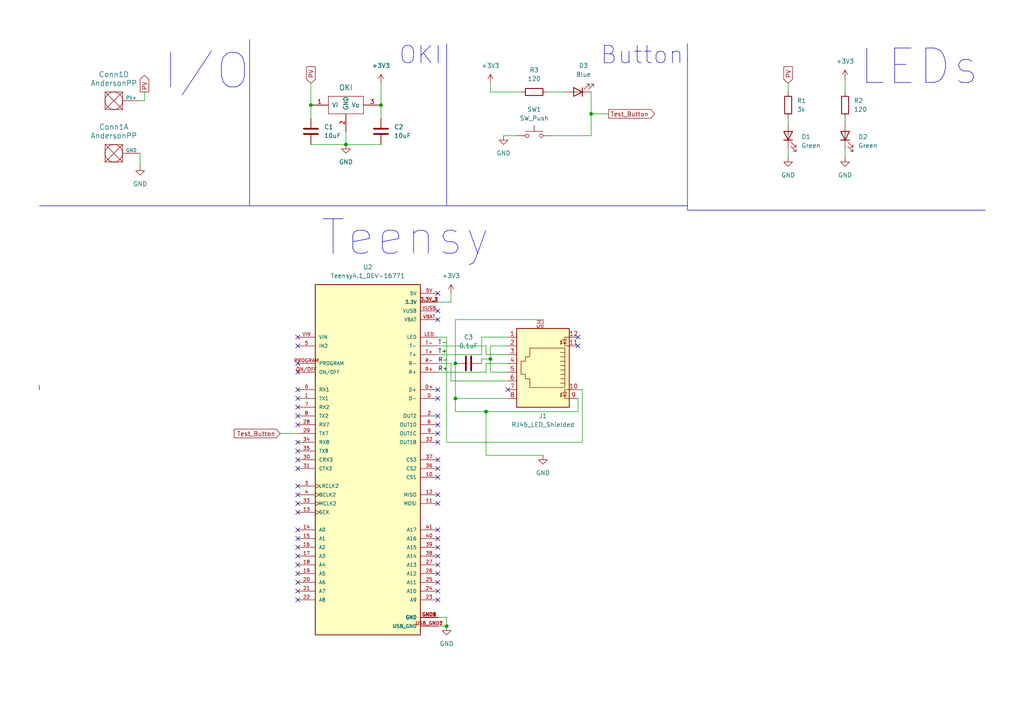
<source format=kicad_sch>
(kicad_sch (version 20230121) (generator eeschema)
  (paper "A4")
  (lib_symbols
    (symbol "Connector:RJ45_LED_Shielded" (pin_names (offset 1.016))
      (property "Reference" "J" (at -5.08 13.97 0))
      (property "Value" "RJ45_LED_Shielded" (at 1.27 13.97 0))
      (symbol "RJ45_LED_Shielded_0_1"
        (polyline (pts (xy -7.62 -7.62) (xy -6.35 -7.62)))
        (polyline (pts (xy -7.62 -5.08) (xy -6.35 -5.08)))
        (polyline (pts (xy -7.62 7.62) (xy -6.35 7.62)))
        (polyline (pts (xy -7.62 10.16) (xy -6.35 10.16)))
        (polyline (pts (xy -6.858 -5.842) (xy -5.842 -5.842)))
        (polyline (pts (xy -6.858 9.398) (xy -5.842 9.398)))
        (polyline (pts (xy -6.35 -7.62) (xy -6.35 -6.858)))
        (polyline (pts (xy -6.35 -5.08) (xy -6.35 -5.842)))
        (polyline (pts (xy -6.35 7.62) (xy -6.35 8.382)))
        (polyline (pts (xy -6.35 10.16) (xy -6.35 9.398)))
        (polyline (pts (xy -5.08 -6.223) (xy -5.207 -6.604)))
        (polyline (pts (xy -5.08 -5.588) (xy -5.207 -5.969)))
        (polyline (pts (xy -5.08 4.445) (xy -6.35 4.445)))
        (polyline (pts (xy -5.08 5.715) (xy -6.35 5.715)))
        (polyline (pts (xy -5.08 9.017) (xy -5.207 8.636)))
        (polyline (pts (xy -5.08 9.652) (xy -5.207 9.271)))
        (polyline (pts (xy -6.35 -3.175) (xy -5.08 -3.175) (xy -5.08 -3.175)))
        (polyline (pts (xy -6.35 -1.905) (xy -5.08 -1.905) (xy -5.08 -1.905)))
        (polyline (pts (xy -6.35 -0.635) (xy -5.08 -0.635) (xy -5.08 -0.635)))
        (polyline (pts (xy -6.35 0.635) (xy -5.08 0.635) (xy -5.08 0.635)))
        (polyline (pts (xy -6.35 1.905) (xy -5.08 1.905) (xy -5.08 1.905)))
        (polyline (pts (xy -5.588 -6.731) (xy -5.08 -6.223) (xy -5.461 -6.35)))
        (polyline (pts (xy -5.588 -6.096) (xy -5.08 -5.588) (xy -5.461 -5.715)))
        (polyline (pts (xy -5.588 8.509) (xy -5.08 9.017) (xy -5.461 8.89)))
        (polyline (pts (xy -5.588 9.144) (xy -5.08 9.652) (xy -5.461 9.525)))
        (polyline (pts (xy -5.08 3.175) (xy -6.35 3.175) (xy -6.35 3.175)))
        (polyline (pts (xy -6.35 -5.842) (xy -6.858 -6.858) (xy -5.842 -6.858) (xy -6.35 -5.842)))
        (polyline (pts (xy -6.35 9.398) (xy -6.858 8.382) (xy -5.842 8.382) (xy -6.35 9.398)))
        (polyline (pts (xy -6.35 -4.445) (xy -6.35 6.985) (xy 3.81 6.985) (xy 3.81 4.445) (xy 5.08 4.445) (xy 5.08 3.175) (xy 6.35 3.175) (xy 6.35 -0.635) (xy 5.08 -0.635) (xy 5.08 -1.905) (xy 3.81 -1.905) (xy 3.81 -4.445) (xy -6.35 -4.445) (xy -6.35 -4.445)))
        (rectangle (start 7.62 12.7) (end -7.62 -10.16) (stroke (width 0.254)) (fill (type background)))
      )
      (symbol "RJ45_LED_Shielded_1_1"
        (pin passive line (at 10.16 -7.62 180) (length 2.54) (name "~") (number "1"))
        (pin passive line (at -10.16 7.62 0) (length 2.54) (name "~") (number "10"))
        (pin passive line (at -10.16 -5.08 0) (length 2.54) (name "~") (number "11"))
        (pin passive line (at -10.16 -7.62 0) (length 2.54) (name "~") (number "12"))
        (pin passive line (at 10.16 -5.08 180) (length 2.54) (name "~") (number "2"))
        (pin passive line (at 10.16 -2.54 180) (length 2.54) (name "~") (number "3"))
        (pin passive line (at 10.16 0 180) (length 2.54) (name "~") (number "4"))
        (pin passive line (at 10.16 2.54 180) (length 2.54) (name "~") (number "5"))
        (pin passive line (at 10.16 5.08 180) (length 2.54) (name "~") (number "6"))
        (pin passive line (at 10.16 7.62 180) (length 2.54) (name "~") (number "7"))
        (pin passive line (at 10.16 10.16 180) (length 2.54) (name "~") (number "8"))
        (pin passive line (at -10.16 10.16 0) (length 2.54) (name "~") (number "9"))
        (pin passive line (at 0 -12.7 90) (length 2.54) (name "~") (number "SH"))
      )
    )
    (symbol "Device:C" (pin_numbers hide) (pin_names (offset 0.254))
      (property "Reference" "C" (at 0.635 2.54 0))
      (property "Value" "C" (at 0.635 -2.54 0))
      (symbol "C_0_1"
        (polyline (pts (xy -2.032 -0.762) (xy 2.032 -0.762)) (stroke (width 0.508)))
        (polyline (pts (xy -2.032 0.762) (xy 2.032 0.762)) (stroke (width 0.508)))
      )
      (symbol "C_1_1"
        (pin passive line (at 0 3.81 270) (length 2.794) (name "~") (number "1"))
        (pin passive line (at 0 -3.81 90) (length 2.794) (name "~") (number "2"))
      )
    )
    (symbol "Device:LED" (pin_numbers hide) (pin_names (offset 1.016) hide)
      (property "Reference" "D" (at 0 2.54 0))
      (property "Value" "LED" (at 0 -2.54 0))
      (symbol "LED_0_1"
        (polyline (pts (xy -1.27 -1.27) (xy -1.27 1.27)) (stroke (width 0.254)))
        (polyline (pts (xy -1.27 0) (xy 1.27 0)))
        (polyline (pts (xy 1.27 -1.27) (xy 1.27 1.27) (xy -1.27 0) (xy 1.27 -1.27)) (stroke (width 0.254)))
        (polyline (pts (xy -3.048 -0.762) (xy -4.572 -2.286) (xy -3.81 -2.286) (xy -4.572 -2.286) (xy -4.572 -1.524)))
        (polyline (pts (xy -1.778 -0.762) (xy -3.302 -2.286) (xy -2.54 -2.286) (xy -3.302 -2.286) (xy -3.302 -1.524)))
      )
      (symbol "LED_1_1"
        (pin passive line (at -3.81 0 0) (length 2.54) (name "K") (number "1"))
        (pin passive line (at 3.81 0 180) (length 2.54) (name "A") (number "2"))
      )
    )
    (symbol "Device:R" (pin_numbers hide) (pin_names (offset 0))
      (property "Reference" "R" (at 2.032 0 90))
      (property "Value" "R" (at 0 0 90))
      (symbol "R_0_1"
        (rectangle (start -1.016 -2.54) (end 1.016 2.54) (stroke (width 0.254)))
      )
      (symbol "R_1_1"
        (pin passive line (at 0 3.81 270) (length 1.27) (name "~") (number "1"))
        (pin passive line (at 0 -3.81 90) (length 1.27) (name "~") (number "2"))
      )
    )
    (symbol "MRDT_Connectors:AndersonPP" (pin_numbers hide) (pin_names (offset 0))
      (property "Reference" "Conn" (at 3.81 -1.27 0))
      (property "Value" "AndersonPP" (at 2.54 6.35 0))
      (symbol "AndersonPP_0_1"
        (polyline (pts (xy 0 5.08) (xy 5.08 0)))
        (polyline (pts (xy 5.08 5.08) (xy 0 0)))
        (rectangle (start 0 0) (end 5.08 5.08))
        (circle (center 2.54 2.54) (radius 2.54))
      )
      (symbol "AndersonPP_1_1"
        (pin input line (at 10.16 2.54 180) (length 5.08) (name "GND") (number "1"))
      )
      (symbol "AndersonPP_2_1"
        (pin input line (at 10.16 2.54 180) (length 5.08) (name "V+Log") (number "2"))
      )
      (symbol "AndersonPP_3_1"
        (pin input line (at 10.16 2.54 180) (length 5.08) (name "V+Act") (number "3"))
      )
      (symbol "AndersonPP_4_1"
        (pin input line (at 10.16 2.54 180) (length 5.08) (name "PV+") (number "4"))
      )
      (symbol "AndersonPP_5_1"
        (pin input line (at 10.16 2.54 180) (length 5.08) (name "~") (number "1"))
      )
    )
    (symbol "MRDT_Devices:OKI" (pin_names (offset 1.016))
      (property "Value" "OKI" (at 5.08 6.35 0))
      (symbol "OKI_0_1"
        (rectangle (start 0 0) (end 10.16 5.08))
      )
      (symbol "OKI_1_1"
        (pin input line (at -5.08 2.54 0) (length 5.08) (name "Vi") (number "1"))
        (pin output line (at 5.08 -5.08 90) (length 5.08) (name "GND") (number "2"))
        (pin output line (at 15.24 2.54 180) (length 5.08) (name "Vo") (number "3"))
      )
    )
    (symbol "MRDT_Shields:Teensy4.1_DEV-16771" (pin_names (offset 1.016))
      (property "Reference" "U" (at -15.24 52.07 0))
      (property "Value" "Teensy4.1_DEV-16771" (at -15.24 -53.34 0))
      (symbol "Teensy4.1_DEV-16771_0_0"
        (rectangle (start -15.24 -50.8) (end 15.24 50.8) (stroke (width 0.254)) (fill (type background)))
        (pin bidirectional line (at -20.32 20.32 0) (length 5.08) (name "RX1") (number "0"))
        (pin bidirectional line (at -20.32 17.78 0) (length 5.08) (name "TX1") (number "1"))
        (pin bidirectional line (at 20.32 -5.08 180) (length 5.08) (name "CS1") (number "10"))
        (pin bidirectional line (at 20.32 -12.7 180) (length 5.08) (name "MOSI") (number "11"))
        (pin bidirectional line (at 20.32 -10.16 180) (length 5.08) (name "MISO") (number "12"))
        (pin bidirectional clock (at -20.32 -15.24 0) (length 5.08) (name "SCK") (number "13"))
        (pin bidirectional line (at -20.32 -20.32 0) (length 5.08) (name "A0") (number "14"))
        (pin bidirectional line (at -20.32 -22.86 0) (length 5.08) (name "A1") (number "15"))
        (pin bidirectional line (at -20.32 -25.4 0) (length 5.08) (name "A2") (number "16"))
        (pin bidirectional line (at -20.32 -27.94 0) (length 5.08) (name "A3") (number "17"))
        (pin bidirectional line (at -20.32 -30.48 0) (length 5.08) (name "A4") (number "18"))
        (pin bidirectional line (at -20.32 -33.02 0) (length 5.08) (name "A5") (number "19"))
        (pin output line (at 20.32 12.7 180) (length 5.08) (name "OUT2") (number "2"))
        (pin bidirectional line (at -20.32 -35.56 0) (length 5.08) (name "A6") (number "20"))
        (pin bidirectional line (at -20.32 -38.1 0) (length 5.08) (name "A7") (number "21"))
        (pin bidirectional line (at -20.32 -40.64 0) (length 5.08) (name "A8") (number "22"))
        (pin bidirectional line (at 20.32 -40.64 180) (length 5.08) (name "A9") (number "23"))
        (pin bidirectional line (at 20.32 -38.1 180) (length 5.08) (name "A10") (number "24"))
        (pin bidirectional line (at 20.32 -35.56 180) (length 5.08) (name "A11") (number "25"))
        (pin bidirectional line (at 20.32 -33.02 180) (length 5.08) (name "A12") (number "26"))
        (pin bidirectional line (at 20.32 -30.48 180) (length 5.08) (name "A13") (number "27"))
        (pin bidirectional line (at -20.32 10.16 0) (length 5.08) (name "RX7") (number "28"))
        (pin bidirectional line (at -20.32 7.62 0) (length 5.08) (name "TX7") (number "29"))
        (pin bidirectional clock (at -20.32 -7.62 0) (length 5.08) (name "LRCLK2") (number "3"))
        (pin power_in line (at 20.32 45.72 180) (length 5.08) (name "3.3V") (number "3.3V_1"))
        (pin power_in line (at 20.32 45.72 180) (length 5.08) (name "3.3V") (number "3.3V_2"))
        (pin power_in line (at 20.32 45.72 180) (length 5.08) (name "3.3V") (number "3.3V_3"))
        (pin bidirectional line (at -20.32 0 0) (length 5.08) (name "CRX3") (number "30"))
        (pin bidirectional line (at -20.32 -2.54 0) (length 5.08) (name "CTX3") (number "31"))
        (pin output line (at 20.32 5.08 180) (length 5.08) (name "OUT1B") (number "32"))
        (pin bidirectional clock (at -20.32 -12.7 0) (length 5.08) (name "MCLK2") (number "33"))
        (pin bidirectional line (at -20.32 5.08 0) (length 5.08) (name "RX8") (number "34"))
        (pin bidirectional line (at -20.32 2.54 0) (length 5.08) (name "TX8") (number "35"))
        (pin bidirectional line (at 20.32 -2.54 180) (length 5.08) (name "CS2") (number "36"))
        (pin bidirectional line (at 20.32 0 180) (length 5.08) (name "CS3") (number "37"))
        (pin bidirectional line (at 20.32 -27.94 180) (length 5.08) (name "A14") (number "38"))
        (pin bidirectional line (at 20.32 -25.4 180) (length 5.08) (name "A15") (number "39"))
        (pin bidirectional clock (at -20.32 -10.16 0) (length 5.08) (name "BCLK2") (number "4"))
        (pin bidirectional line (at 20.32 -22.86 180) (length 5.08) (name "A16") (number "40"))
        (pin bidirectional line (at 20.32 -20.32 180) (length 5.08) (name "A17") (number "41"))
        (pin bidirectional line (at -20.32 33.02 0) (length 5.08) (name "IN2") (number "5"))
        (pin power_in line (at 20.32 48.26 180) (length 5.08) (name "5V") (number "5V"))
        (pin output line (at 20.32 10.16 180) (length 5.08) (name "OUT1D") (number "6"))
        (pin bidirectional line (at -20.32 15.24 0) (length 5.08) (name "RX2") (number "7"))
        (pin bidirectional line (at -20.32 12.7 0) (length 5.08) (name "TX2") (number "8"))
        (pin output line (at 20.32 7.62 180) (length 5.08) (name "OUT1C") (number "9"))
        (pin bidirectional line (at 20.32 17.78 180) (length 5.08) (name "D-") (number "D"))
        (pin bidirectional line (at 20.32 20.32 180) (length 5.08) (name "D+") (number "D+"))
        (pin power_in line (at 20.32 -45.72 180) (length 5.08) (name "GND") (number "GND1"))
        (pin power_in line (at 20.32 -45.72 180) (length 5.08) (name "GND") (number "GND2"))
        (pin power_in line (at 20.32 -45.72 180) (length 5.08) (name "GND") (number "GND3"))
        (pin power_in line (at 20.32 -45.72 180) (length 5.08) (name "GND") (number "GND4"))
        (pin power_in line (at 20.32 -45.72 180) (length 5.08) (name "GND") (number "GND5"))
        (pin bidirectional line (at 20.32 35.56 180) (length 5.08) (name "LED") (number "LED"))
        (pin bidirectional line (at -20.32 25.4 0) (length 5.08) (name "ON/OFF") (number "ON/OFF"))
        (pin bidirectional line (at -20.32 27.94 0) (length 5.08) (name "PROGRAM") (number "PROGRAM"))
        (pin bidirectional line (at 20.32 25.4 180) (length 5.08) (name "R+") (number "R+"))
        (pin bidirectional line (at 20.32 27.94 180) (length 5.08) (name "R-") (number "R-"))
        (pin bidirectional line (at 20.32 30.48 180) (length 5.08) (name "T+") (number "T+"))
        (pin bidirectional line (at 20.32 33.02 180) (length 5.08) (name "T-") (number "T-"))
        (pin power_in line (at 20.32 -48.26 180) (length 5.08) (name "USB_GND") (number "USB_GND1"))
        (pin power_in line (at 20.32 -48.26 180) (length 5.08) (name "USB_GND") (number "USB_GND2"))
        (pin passive line (at 20.32 40.64 180) (length 5.08) (name "VBAT") (number "VBAT"))
        (pin input line (at -20.32 35.56 0) (length 5.08) (name "VIN") (number "VIN"))
        (pin passive line (at 20.32 43.18 180) (length 5.08) (name "VUSB") (number "VUSB"))
      )
    )
    (symbol "Switch:SW_Push" (pin_numbers hide) (pin_names (offset 1.016) hide)
      (property "Reference" "SW" (at 1.27 2.54 0))
      (property "Value" "SW_Push" (at 0 -1.524 0))
      (symbol "SW_Push_0_1"
        (circle (center -2.032 0) (radius 0.508))
        (polyline (pts (xy 0 1.27) (xy 0 3.048)))
        (polyline (pts (xy 2.54 1.27) (xy -2.54 1.27)))
        (circle (center 2.032 0) (radius 0.508))
        (pin passive line (at -5.08 0 0) (length 2.54) (name "1") (number "1"))
        (pin passive line (at 5.08 0 180) (length 2.54) (name "2") (number "2"))
      )
    )
    (symbol "power:+3V3" (power) (pin_names (offset 0))
      (property "Value" "+3V3" (at 0 3.556 0))
      (symbol "+3V3_0_1"
        (polyline (pts (xy -0.762 1.27) (xy 0 2.54)))
        (polyline (pts (xy 0 0) (xy 0 2.54)))
        (polyline (pts (xy 0 2.54) (xy 0.762 1.27)))
      )
      (symbol "+3V3_1_1"
        (pin power_in line (at 0 0 90) (length 0) hide (name "+3V3") (number "1"))
      )
    )
    (symbol "power:GND" (power) (pin_names (offset 0))
      (property "Value" "GND" (at 0 -3.81 0))
      (symbol "GND_0_1"
        (polyline (pts (xy 0 0) (xy 0 -1.27) (xy 1.27 -1.27) (xy 0 -2.54) (xy -1.27 -1.27) (xy 0 -1.27)))
      )
      (symbol "GND_1_1"
        (pin power_in line (at 0 0 270) (length 0) hide (name "GND") (number "1"))
      )
    )
  )
  (junction (at 132.08 105.41))
  (junction (at 90.17 30.48))
  (junction (at 110.49 30.48))
  (junction (at 142.24 104.14))
  (junction (at 140.97 119.38))
  (junction (at 171.45 33.02))
  (junction (at 132.08 115.57))
  (junction (at 129.54 181.61))
  (junction (at 100.33 41.91))
  (no_connect (at 86.36 168.91))
  (no_connect (at 86.36 143.51))
  (no_connect (at 127 163.83))
  (no_connect (at 127 153.67))
  (no_connect (at 86.36 161.29))
  (no_connect (at 86.36 156.21))
  (no_connect (at 86.36 146.05))
  (no_connect (at 86.36 105.41))
  (no_connect (at 86.36 123.19))
  (no_connect (at 86.36 171.45))
  (no_connect (at 86.36 120.65))
  (no_connect (at 86.36 163.83))
  (no_connect (at 127 133.35))
  (no_connect (at 86.36 140.97))
  (no_connect (at 127 156.21))
  (no_connect (at 127 143.51))
  (no_connect (at 127 158.75))
  (no_connect (at 86.36 135.89))
  (no_connect (at 86.36 115.57))
  (no_connect (at 86.36 166.37))
  (no_connect (at 86.36 148.59))
  (no_connect (at 127 171.45))
  (no_connect (at 127 123.19))
  (no_connect (at 86.36 107.95))
  (no_connect (at 127 168.91))
  (no_connect (at 86.36 113.03))
  (no_connect (at 147.32 113.03))
  (no_connect (at 127 135.89))
  (no_connect (at 127 161.29))
  (no_connect (at 86.36 100.33))
  (no_connect (at 127 146.05))
  (no_connect (at 86.36 133.35))
  (no_connect (at 127 166.37))
  (no_connect (at 167.64 97.79))
  (no_connect (at 127 173.99))
  (no_connect (at 127 115.57))
  (no_connect (at 127 113.03))
  (no_connect (at 127 125.73))
  (no_connect (at 127 90.17))
  (no_connect (at 86.36 158.75))
  (no_connect (at 167.64 100.33))
  (no_connect (at 86.36 128.27))
  (no_connect (at 127 85.09))
  (no_connect (at 86.36 97.79))
  (no_connect (at 86.36 173.99))
  (no_connect (at 127 128.27))
  (no_connect (at 86.36 153.67))
  (no_connect (at 86.36 130.81))
  (no_connect (at 127 138.43))
  (no_connect (at 86.36 118.11))
  (no_connect (at 127 92.71))
  (no_connect (at 127 120.65))
  (wire (pts (xy 100.33 41.91) (xy 100.33 38.1)))
  (wire (pts (xy 81.28 125.73) (xy 86.36 125.73)))
  (wire (pts (xy 158.75 26.67) (xy 163.83 26.67)))
  (wire (pts (xy 130.81 105.41) (xy 130.81 110.49)))
  (wire (pts (xy 140.97 102.87) (xy 147.32 102.87)))
  (wire (pts (xy 168.91 128.27) (xy 168.91 113.03)))
  (wire (pts (xy 90.17 30.48) (xy 90.17 34.29)))
  (wire (pts (xy 41.91 29.21) (xy 40.64 29.21)))
  (wire (pts (xy 245.11 43.18) (xy 245.11 45.72)))
  (wire (pts (xy 245.11 34.29) (xy 245.11 35.56)))
  (wire (pts (xy 167.64 115.57) (xy 167.64 119.38)))
  (wire (pts (xy 127 181.61) (xy 129.54 181.61)))
  (wire (pts (xy 127 102.87) (xy 139.7 102.87)))
  (wire (pts (xy 100.33 41.91) (xy 110.49 41.91)))
  (wire (pts (xy 127 107.95) (xy 140.97 107.95)))
  (wire (pts (xy 245.11 22.86) (xy 245.11 26.67)))
  (wire (pts (xy 171.45 26.67) (xy 171.45 33.02)))
  (wire (pts (xy 132.08 115.57) (xy 147.32 115.57)))
  (wire (pts (xy 40.64 44.45) (xy 40.64 48.26)))
  (wire (pts (xy 129.54 97.79) (xy 129.54 128.27)))
  (wire (pts (xy 110.49 24.13) (xy 110.49 30.48)))
  (wire (pts (xy 132.08 92.71) (xy 132.08 105.41)))
  (wire (pts (xy 129.54 179.07) (xy 127 179.07)))
  (wire (pts (xy 139.7 102.87) (xy 139.7 97.79)))
  (wire (pts (xy 90.17 41.91) (xy 100.33 41.91)))
  (wire (pts (xy 140.97 119.38) (xy 132.08 119.38)))
  (wire (pts (xy 90.17 24.13) (xy 90.17 30.48)))
  (wire (pts (xy 130.81 85.09) (xy 130.81 87.63)))
  (wire (pts (xy 171.45 33.02) (xy 171.45 39.37)))
  (wire (pts (xy 127 105.41) (xy 130.81 105.41)))
  (wire (pts (xy 146.05 39.37) (xy 149.86 39.37)))
  (wire (pts (xy 140.97 100.33) (xy 140.97 102.87)))
  (polyline (pts (xy 129.54 12.7) (xy 129.54 59.69)))
  (wire (pts (xy 228.6 43.18) (xy 228.6 45.72)))
  (wire (pts (xy 167.64 119.38) (xy 140.97 119.38)))
  (wire (pts (xy 142.24 104.14) (xy 139.7 104.14)))
  (wire (pts (xy 132.08 105.41) (xy 132.08 115.57)))
  (wire (pts (xy 140.97 107.95) (xy 140.97 105.41)))
  (wire (pts (xy 130.81 110.49) (xy 147.32 110.49)))
  (wire (pts (xy 110.49 30.48) (xy 110.49 34.29)))
  (polyline (pts (xy 199.39 12.7) (xy 199.39 60.96)))
  (wire (pts (xy 157.48 92.71) (xy 132.08 92.71)))
  (polyline (pts (xy 11.43 59.69) (xy 72.39 59.69)))
  (wire (pts (xy 132.08 119.38) (xy 132.08 115.57)))
  (wire (pts (xy 139.7 97.79) (xy 147.32 97.79)))
  (wire (pts (xy 129.54 128.27) (xy 168.91 128.27)))
  (polyline (pts (xy 72.39 59.69) (xy 129.54 59.69)))
  (polyline (pts (xy 129.54 59.69) (xy 199.39 59.69)))
  (wire (pts (xy 228.6 24.13) (xy 228.6 26.67)))
  (wire (pts (xy 171.45 39.37) (xy 160.02 39.37)))
  (wire (pts (xy 147.32 100.33) (xy 142.24 100.33)))
  (polyline (pts (xy 199.39 60.96) (xy 285.75 60.96)))
  (wire (pts (xy 139.7 104.14) (xy 139.7 105.41)))
  (wire (pts (xy 130.81 87.63) (xy 127 87.63)))
  (wire (pts (xy 142.24 26.67) (xy 151.13 26.67)))
  (wire (pts (xy 142.24 100.33) (xy 142.24 104.14)))
  (wire (pts (xy 147.32 107.95) (xy 142.24 107.95)))
  (wire (pts (xy 41.91 26.67) (xy 41.91 29.21)))
  (wire (pts (xy 228.6 34.29) (xy 228.6 35.56)))
  (wire (pts (xy 168.91 113.03) (xy 167.64 113.03)))
  (wire (pts (xy 142.24 104.14) (xy 142.24 107.95)))
  (polyline (pts (xy 72.39 11.43) (xy 72.39 59.69)))
  (wire (pts (xy 171.45 33.02) (xy 176.53 33.02)))
  (wire (pts (xy 129.54 181.61) (xy 129.54 179.07)))
  (wire (pts (xy 140.97 132.08) (xy 140.97 119.38)))
  (wire (pts (xy 157.48 132.08) (xy 140.97 132.08)))
  (wire (pts (xy 127 97.79) (xy 129.54 97.79)))
  (wire (pts (xy 127 100.33) (xy 140.97 100.33)))
  (polyline (pts (xy 11.43 111.76) (xy 11.43 113.03)))
  (wire (pts (xy 142.24 24.13) (xy 142.24 26.67)))
  (wire (pts (xy 140.97 105.41) (xy 147.32 105.41)))
  (text "LEDs\n" (at 248.92 25.4 0) (effects (font (size 10 10)) (justify left bottom)))
  (text "OKI\n" (at 115.57 19.05 0) (effects (font (size 5 5)) (justify left bottom)))
  (text "I/O\n" (at 46.99 26.67 0) (effects (font (size 10 10)) (justify left bottom)))
  (text "Button\n" (at 173.99 19.05 0) (effects (font (size 5 5)) (justify left bottom)))
  (text "Teensy\n" (at 92.71 74.93 0) (effects (font (size 10 10)) (justify left bottom)))
  (label "T+" (at 127 102.87 0))
  (label "T-" (at 127 100.33 0))
  (label "R-" (at 127 105.41 0))
  (label "R+" (at 127 107.95 0))
  (global_label "Test_Button" (shape output) (at 176.53 33.02 0) (property "Intersheetrefs" "${INTERSHEET_REFS}" (effects hide)))
  (global_label "PV" (shape input) (at 90.17 24.13 90) (property "Intersheetrefs" "${INTERSHEET_REFS}" (effects hide)))
  (global_label "PV" (shape output) (at 41.91 26.67 90) (property "Intersheetrefs" "${INTERSHEET_REFS}" (effects hide)))
  (global_label "Test_Button" (shape input) (at 81.28 125.73 180) (property "Intersheetrefs" "${INTERSHEET_REFS}" (effects hide)))
  (global_label "PV" (shape input) (at 228.6 24.13 90) (property "Intersheetrefs" "${INTERSHEET_REFS}" (effects hide)))
  (symbol (lib_id "MRDT_Connectors:AndersonPP") (at 30.48 46.99 0) (unit 1)
    (property "Reference" "Conn1" (at 33.02 36.83 0) (effects (font (size 1.524 1.524))))
    (property "Value" "AndersonPP" (at 33.02 39.37 0) (effects (font (size 1.524 1.524))))
    (property "Footprint" "MRDT_Connectors:Square_Anderson_2_H_Side_By_Side_PV" (effects hide))
  )
  (symbol (lib_id "Device:R") (at 154.94 26.67 90) (unit 1)
    (property "Reference" "R3" (at 154.94 20.32 90))
    (property "Value" "120" (at 154.94 22.86 90))
    (property "Footprint" "Resistor_SMD:R_0603_1608Metric_Pad0.98x0.95mm_HandSolder" (effects hide))
  )
  (symbol (lib_id "Device:C") (at 110.49 38.1 0) (unit 1)
    (property "Reference" "C2" (at 114.3 36.83 0) (effects (justify left)))
    (property "Value" "10uF" (at 114.3 39.37 0) (effects (justify left)))
    (property "Footprint" "Capacitor_SMD:C_0603_1608Metric_Pad1.08x0.95mm_HandSolder" (effects hide))
  )
  (symbol (lib_id "MRDT_Shields:Teensy4.1_DEV-16771") (at 106.68 133.35 0) (unit 1)
    (property "Reference" "U2" (at 106.68 77.47 0))
    (property "Value" "Teensy4.1_DEV-16771" (at 106.68 80.01 0))
    (property "Footprint" "MRDT_Shields:Teensy_4_1_Ethernet" (effects hide))
    (property "STANDARD" "Manufacturer recommendations" (effects hide))
    (property "MAXIMUM_PACKAGE_HEIGHT" "4.07mm" (effects hide))
    (property "MANUFACTURER" "SparkFun Electronics" (effects hide))
    (property "PARTREV" "4.1" (effects hide))
  )
  (symbol (lib_id "power:GND") (at 129.54 181.61 0) (unit 1)
    (property "Reference" "#PWR08" (effects hide))
    (property "Value" "GND" (at 129.54 186.69 0))
  )
  (symbol (lib_id "Device:LED") (at 245.11 39.37 90) (unit 1)
    (property "Reference" "D2" (at 248.92 39.6875 90) (effects (justify right)))
    (property "Value" "Green" (at 248.92 42.2275 90) (effects (justify right)))
    (property "Footprint" "LED_SMD:LED_0603_1608Metric_Pad1.05x0.95mm_HandSolder" (effects hide))
  )
  (symbol (lib_id "Device:R") (at 245.11 30.48 0) (unit 1)
    (property "Reference" "R2" (at 247.65 29.21 0) (effects (justify left)))
    (property "Value" "120" (at 247.65 31.75 0) (effects (justify left)))
    (property "Footprint" "Resistor_SMD:R_0603_1608Metric_Pad0.98x0.95mm_HandSolder" (effects hide))
  )
  (symbol (lib_id "Device:C") (at 90.17 38.1 0) (unit 1)
    (property "Reference" "C1" (at 93.98 36.83 0) (effects (justify left)))
    (property "Value" "10uF" (at 93.98 39.37 0) (effects (justify left)))
    (property "Footprint" "Capacitor_SMD:C_0603_1608Metric_Pad1.08x0.95mm_HandSolder" (effects hide))
  )
  (symbol (lib_id "Device:R") (at 228.6 30.48 0) (unit 1)
    (property "Reference" "R1" (at 231.14 29.21 0) (effects (justify left)))
    (property "Value" "3k" (at 231.14 31.75 0) (effects (justify left)))
    (property "Footprint" "Resistor_SMD:R_0603_1608Metric_Pad0.98x0.95mm_HandSolder" (effects hide))
  )
  (symbol (lib_id "Device:C") (at 135.89 105.41 90) (unit 1)
    (property "Reference" "C3" (at 135.89 97.79 90))
    (property "Value" "0.1uF" (at 135.89 100.33 90))
    (property "Footprint" "Capacitor_SMD:C_0603_1608Metric_Pad1.08x0.95mm_HandSolder" (effects hide))
  )
  (symbol (lib_id "power:GND") (at 245.11 45.72 0) (unit 1)
    (property "Reference" "#PWR05" (effects hide))
    (property "Value" "GND" (at 245.11 50.8 0))
  )
  (symbol (lib_id "Switch:SW_Push") (at 154.94 39.37 0) (unit 1)
    (property "Reference" "SW1" (at 154.94 31.75 0))
    (property "Value" "SW_Push" (at 154.94 34.29 0))
    (property "Footprint" "Button_Switch_SMD:SW_SPST_TL3305A" (effects hide))
  )
  (symbol (lib_id "power:GND") (at 100.33 41.91 0) (unit 1)
    (property "Reference" "#PWR02" (effects hide))
    (property "Value" "GND" (at 100.33 46.99 0))
  )
  (symbol (lib_id "power:GND") (at 228.6 45.72 0) (unit 1)
    (property "Reference" "#PWR04" (effects hide))
    (property "Value" "GND" (at 228.6 50.8 0))
  )
  (symbol (lib_id "power:GND") (at 40.64 48.26 0) (unit 1)
    (property "Reference" "#PWR01" (effects hide))
    (property "Value" "GND" (at 40.64 53.34 0))
  )
  (symbol (lib_id "power:+3V3") (at 142.24 24.13 0) (unit 1)
    (property "Reference" "#PWR011" (effects hide))
    (property "Value" "+3V3" (at 142.24 19.05 0))
  )
  (symbol (lib_id "power:+3V3") (at 245.11 22.86 0) (unit 1)
    (property "Reference" "#PWR06" (effects hide))
    (property "Value" "+3V3" (at 245.11 17.78 0))
  )
  (symbol (lib_id "Device:LED") (at 167.64 26.67 180) (unit 1)
    (property "Reference" "D3" (at 169.2275 19.05 0))
    (property "Value" "Blue" (at 169.2275 21.59 0))
    (property "Footprint" "LED_SMD:LED_0603_1608Metric_Pad1.05x0.95mm_HandSolder" (effects hide))
  )
  (symbol (lib_id "MRDT_Connectors:AndersonPP") (at 30.48 31.75 0) (unit 4)
    (property "Reference" "Conn1" (at 33.02 21.59 0) (effects (font (size 1.524 1.524))))
    (property "Value" "AndersonPP" (at 33.02 24.13 0) (effects (font (size 1.524 1.524))))
    (property "Footprint" "MRDT_Connectors:Square_Anderson_2_H_Side_By_Side_PV" (effects hide))
  )
  (symbol (lib_id "Connector:RJ45_LED_Shielded") (at 157.48 105.41 180) (unit 1)
    (property "Reference" "J1" (at 157.48 120.65 0))
    (property "Value" "RJ45_LED_Shielded" (at 157.48 123.19 0))
    (property "Footprint" "MRDT_Connectors:RJ45_Teensy" (effects hide))
  )
  (symbol (lib_id "Device:LED") (at 228.6 39.37 90) (unit 1)
    (property "Reference" "D1" (at 232.41 39.6875 90) (effects (justify right)))
    (property "Value" "Green" (at 232.41 42.2275 90) (effects (justify right)))
    (property "Footprint" "LED_SMD:LED_0603_1608Metric_Pad1.05x0.95mm_HandSolder" (effects hide))
  )
  (symbol (lib_id "power:GND") (at 146.05 39.37 0) (unit 1)
    (property "Reference" "#PWR010" (effects hide))
    (property "Value" "GND" (at 146.05 44.45 0))
  )
  (symbol (lib_id "power:+3V3") (at 130.81 85.09 0) (unit 1)
    (property "Reference" "#PWR07" (effects hide))
    (property "Value" "+3V3" (at 130.81 80.01 0))
  )
  (symbol (lib_id "power:+3V3") (at 110.49 24.13 0) (unit 1)
    (property "Reference" "#PWR03" (effects hide))
    (property "Value" "+3V3" (at 110.49 19.05 0))
  )
  (symbol (lib_id "power:GND") (at 157.48 132.08 0) (unit 1)
    (property "Reference" "#PWR09" (effects hide))
    (property "Value" "GND" (at 157.48 137.16 0))
  )
  (symbol (lib_id "MRDT_Devices:OKI") (at 95.25 33.02 0) (unit 1)
    (property "Reference" "U1" (effects hide))
    (property "Value" "OKI" (at 100.33 25.4 0) (effects (font (size 1.524 1.524))))
    (property "Footprint" "MRDT_Devices:OKI_Horizontal" (effects hide))
  )
)
</source>
